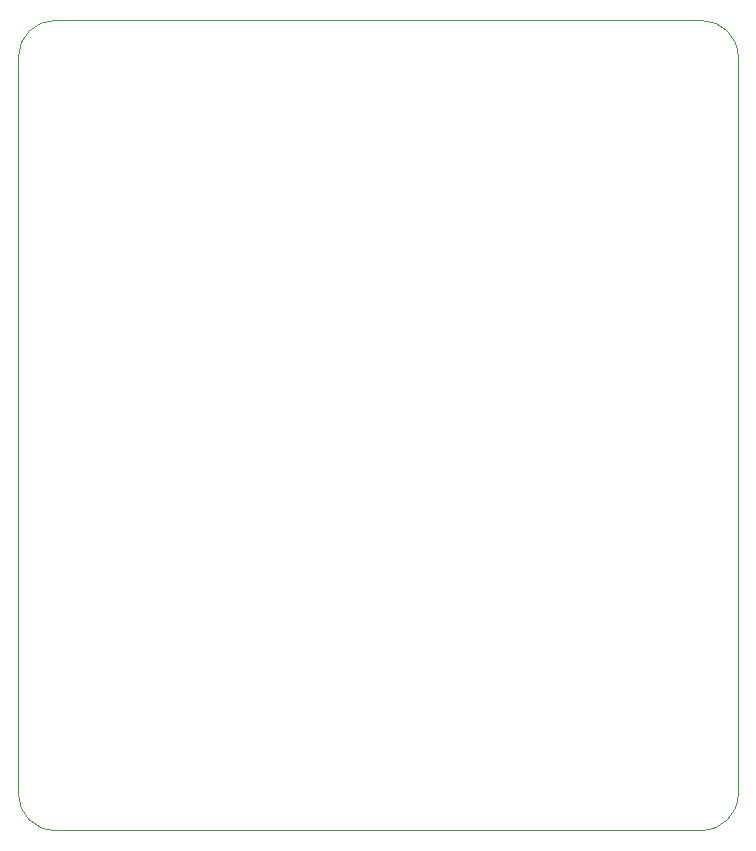
<source format=gm1>
%TF.GenerationSoftware,KiCad,Pcbnew,5.1.9+dfsg1-1*%
%TF.CreationDate,2022-02-05T11:54:14+01:00*%
%TF.ProjectId,STM32F4XX,53544d33-3246-4345-9858-2e6b69636164,2.0*%
%TF.SameCoordinates,Original*%
%TF.FileFunction,Profile,NP*%
%FSLAX46Y46*%
G04 Gerber Fmt 4.6, Leading zero omitted, Abs format (unit mm)*
G04 Created by KiCad (PCBNEW 5.1.9+dfsg1-1) date 2022-02-05 11:54:14*
%MOMM*%
%LPD*%
G01*
G04 APERTURE LIST*
%TA.AperFunction,Profile*%
%ADD10C,0.050000*%
%TD*%
G04 APERTURE END LIST*
D10*
X119940000Y-124460000D02*
G75*
G02*
X116840000Y-121360000I0J3100000D01*
G01*
X177800000Y-121360000D02*
G75*
G02*
X174700000Y-124460000I-3100000J0D01*
G01*
X116840000Y-58980000D02*
G75*
G02*
X119940000Y-55880000I3100000J0D01*
G01*
X174700000Y-55880000D02*
G75*
G02*
X177800000Y-58980000I0J-3100000D01*
G01*
X116840000Y-121360000D02*
X116840000Y-58980000D01*
X174700000Y-124460000D02*
X119940000Y-124460000D01*
X177800000Y-58980000D02*
X177800000Y-121360000D01*
X119940000Y-55880000D02*
X174700000Y-55880000D01*
M02*

</source>
